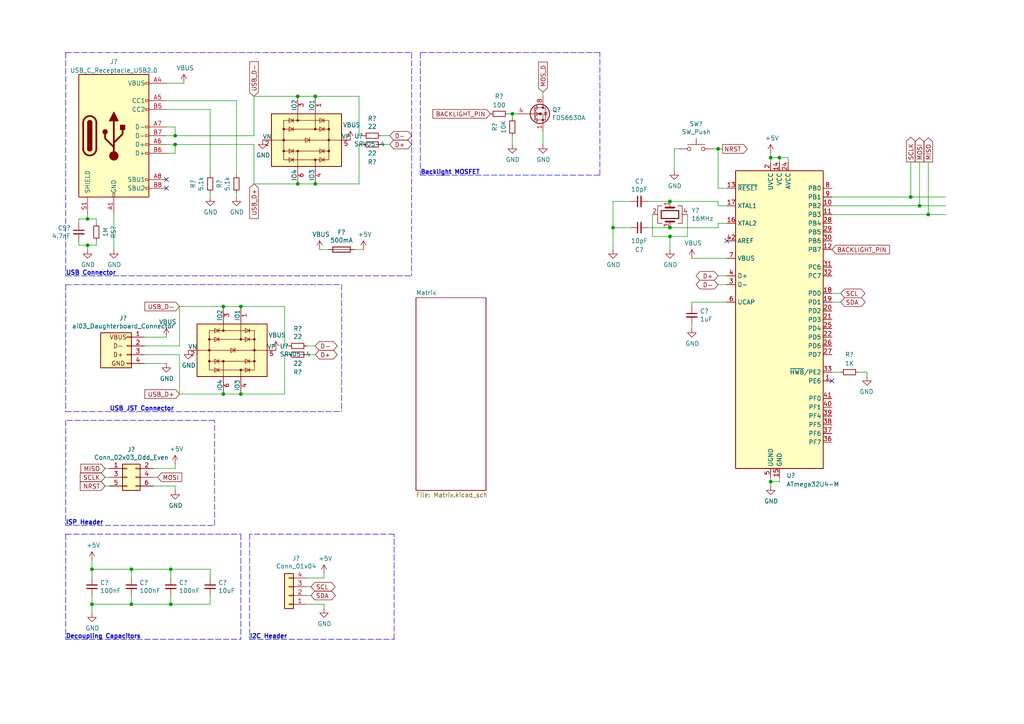
<source format=kicad_sch>
(kicad_sch (version 20211123) (generator eeschema)
  (paper "A4")
  (lib_symbols
    (symbol "Connector:USB_C_Receptacle_USB2.0" (pin_names (offset 1.016))
      (property "Reference" "J" (at -10.16 19.05 0))
      (property "Value" "USB_C_Receptacle_USB2.0" (at 19.05 19.05 0))
      (symbol "USB_C_Receptacle_USB2.0_0_0"
        (rectangle (start -0.254 -17.78) (end 0.254 -16.764))
        (rectangle (start 10.16 -14.986) (end 9.144 -15.494))
        (rectangle (start 10.16 -12.446) (end 9.144 -12.954))
        (rectangle (start 10.16 -4.826) (end 9.144 -5.334))
        (rectangle (start 10.16 -2.286) (end 9.144 -2.794))
        (rectangle (start 10.16 0.254) (end 9.144 -0.254))
        (rectangle (start 10.16 2.794) (end 9.144 2.286))
        (rectangle (start 10.16 7.874) (end 9.144 7.366))
        (rectangle (start 10.16 10.414) (end 9.144 9.906))
        (rectangle (start 10.16 15.494) (end 9.144 14.986))
      )
      (symbol "USB_C_Receptacle_USB2.0_0_1"
        (rectangle (start -10.16 17.78) (end 10.16 -17.78) (stroke (width 0.254)) (fill (type background)))
        (arc (start -8.89 -3.81) (mid -6.985 -5.715) (end -5.08 -3.81) (stroke (width 0.508)))
        (arc (start -7.62 -3.81) (mid -6.985 -4.445) (end -6.35 -3.81) (stroke (width 0.254)))
        (arc (start -7.62 -3.81) (mid -6.985 -4.445) (end -6.35 -3.81) (stroke (width 0.254)) (fill (type outline)))
        (rectangle (start -7.62 -3.81) (end -6.35 3.81) (stroke (width 0.254)) (fill (type outline)))
        (arc (start -6.35 3.81) (mid -6.985 4.445) (end -7.62 3.81) (stroke (width 0.254)))
        (arc (start -6.35 3.81) (mid -6.985 4.445) (end -7.62 3.81) (stroke (width 0.254)) (fill (type outline)))
        (arc (start -5.08 3.81) (mid -6.985 5.715) (end -8.89 3.81) (stroke (width 0.508)))
        (circle (center -2.54 1.143) (radius 0.635) (stroke (width 0.254)) (fill (type outline)))
        (circle (center 0 -5.842) (radius 1.27) (fill (type outline)))
        (polyline (pts (xy -8.89 -3.81) (xy -8.89 3.81)) (stroke (width 0.508)))
        (polyline (pts (xy -5.08 3.81) (xy -5.08 -3.81)) (stroke (width 0.508)))
        (polyline (pts (xy 0 -5.842) (xy 0 4.318)) (stroke (width 0.508)))
        (polyline (pts (xy 0 -3.302) (xy -2.54 -0.762) (xy -2.54 0.508)) (stroke (width 0.508)))
        (polyline (pts (xy 0 -2.032) (xy 2.54 0.508) (xy 2.54 1.778)) (stroke (width 0.508)))
        (polyline (pts (xy -1.27 4.318) (xy 0 6.858) (xy 1.27 4.318) (xy -1.27 4.318)) (stroke (width 0.254)) (fill (type outline)))
        (rectangle (start 1.905 1.778) (end 3.175 3.048) (stroke (width 0.254)) (fill (type outline)))
      )
      (symbol "USB_C_Receptacle_USB2.0_1_1"
        (pin passive line (at 0 -22.86 90) (length 5.08) (name "GND") (number "A1"))
        (pin passive line (at 0 -22.86 90) (length 5.08) hide (name "GND") (number "A12"))
        (pin passive line (at 15.24 15.24 180) (length 5.08) (name "VBUS") (number "A4"))
        (pin bidirectional line (at 15.24 10.16 180) (length 5.08) (name "CC1") (number "A5"))
        (pin bidirectional line (at 15.24 -2.54 180) (length 5.08) (name "D+") (number "A6"))
        (pin bidirectional line (at 15.24 2.54 180) (length 5.08) (name "D-") (number "A7"))
        (pin bidirectional line (at 15.24 -12.7 180) (length 5.08) (name "SBU1") (number "A8"))
        (pin passive line (at 15.24 15.24 180) (length 5.08) hide (name "VBUS") (number "A9"))
        (pin passive line (at 0 -22.86 90) (length 5.08) hide (name "GND") (number "B1"))
        (pin passive line (at 0 -22.86 90) (length 5.08) hide (name "GND") (number "B12"))
        (pin passive line (at 15.24 15.24 180) (length 5.08) hide (name "VBUS") (number "B4"))
        (pin bidirectional line (at 15.24 7.62 180) (length 5.08) (name "CC2") (number "B5"))
        (pin bidirectional line (at 15.24 -5.08 180) (length 5.08) (name "D+") (number "B6"))
        (pin bidirectional line (at 15.24 0 180) (length 5.08) (name "D-") (number "B7"))
        (pin bidirectional line (at 15.24 -15.24 180) (length 5.08) (name "SBU2") (number "B8"))
        (pin passive line (at 15.24 15.24 180) (length 5.08) hide (name "VBUS") (number "B9"))
        (pin passive line (at -7.62 -22.86 90) (length 5.08) (name "SHIELD") (number "S1"))
      )
    )
    (symbol "Connector_Generic:Conn_01x04" (pin_names (offset 1.016) hide)
      (property "Reference" "J" (at 0 5.08 0))
      (property "Value" "Conn_01x04" (at 0 -7.62 0))
      (symbol "Conn_01x04_1_1"
        (rectangle (start -1.27 -4.953) (end 0 -5.207) (stroke (width 0.1524)))
        (rectangle (start -1.27 -2.413) (end 0 -2.667) (stroke (width 0.1524)))
        (rectangle (start -1.27 0.127) (end 0 -0.127) (stroke (width 0.1524)))
        (rectangle (start -1.27 2.667) (end 0 2.413) (stroke (width 0.1524)))
        (rectangle (start -1.27 3.81) (end 1.27 -6.35) (stroke (width 0.254)) (fill (type background)))
        (pin passive line (at -5.08 2.54 0) (length 3.81) (name "Pin_1") (number "1"))
        (pin passive line (at -5.08 0 0) (length 3.81) (name "Pin_2") (number "2"))
        (pin passive line (at -5.08 -2.54 0) (length 3.81) (name "Pin_3") (number "3"))
        (pin passive line (at -5.08 -5.08 0) (length 3.81) (name "Pin_4") (number "4"))
      )
    )
    (symbol "Connector_Generic:Conn_02x03_Odd_Even" (pin_names (offset 1.016) hide)
      (property "Reference" "J" (at 1.27 5.08 0))
      (property "Value" "Conn_02x03_Odd_Even" (at 1.27 -5.08 0))
      (symbol "Conn_02x03_Odd_Even_1_1"
        (rectangle (start -1.27 -2.413) (end 0 -2.667) (stroke (width 0.1524)))
        (rectangle (start -1.27 0.127) (end 0 -0.127) (stroke (width 0.1524)))
        (rectangle (start -1.27 2.667) (end 0 2.413) (stroke (width 0.1524)))
        (rectangle (start -1.27 3.81) (end 3.81 -3.81) (stroke (width 0.254)) (fill (type background)))
        (rectangle (start 3.81 -2.413) (end 2.54 -2.667) (stroke (width 0.1524)))
        (rectangle (start 3.81 0.127) (end 2.54 -0.127) (stroke (width 0.1524)))
        (rectangle (start 3.81 2.667) (end 2.54 2.413) (stroke (width 0.1524)))
        (pin passive line (at -5.08 2.54 0) (length 3.81) (name "Pin_1") (number "1"))
        (pin passive line (at 7.62 2.54 180) (length 3.81) (name "Pin_2") (number "2"))
        (pin passive line (at -5.08 0 0) (length 3.81) (name "Pin_3") (number "3"))
        (pin passive line (at 7.62 0 180) (length 3.81) (name "Pin_4") (number "4"))
        (pin passive line (at -5.08 -2.54 0) (length 3.81) (name "Pin_5") (number "5"))
        (pin passive line (at 7.62 -2.54 180) (length 3.81) (name "Pin_6") (number "6"))
      )
    )
    (symbol "Device:C_Small" (pin_numbers hide) (pin_names (offset 0.254) hide)
      (property "Reference" "C" (at 0.254 1.778 0))
      (property "Value" "C_Small" (at 0.254 -2.032 0))
      (symbol "C_Small_0_1"
        (polyline (pts (xy -1.524 -0.508) (xy 1.524 -0.508)) (stroke (width 0.3302)))
        (polyline (pts (xy -1.524 0.508) (xy 1.524 0.508)) (stroke (width 0.3048)))
      )
      (symbol "C_Small_1_1"
        (pin passive line (at 0 2.54 270) (length 2.032) (name "~") (number "1"))
        (pin passive line (at 0 -2.54 90) (length 2.032) (name "~") (number "2"))
      )
    )
    (symbol "Device:Crystal_GND24" (pin_names (offset 1.016) hide)
      (property "Reference" "Y" (at 3.175 5.08 0))
      (property "Value" "Crystal_GND24" (at 3.175 3.175 0))
      (symbol "Crystal_GND24_0_1"
        (rectangle (start -1.143 2.54) (end 1.143 -2.54) (stroke (width 0.3048)))
        (polyline (pts (xy -2.54 0) (xy -2.032 0)))
        (polyline (pts (xy -2.032 -1.27) (xy -2.032 1.27)) (stroke (width 0.508)))
        (polyline (pts (xy 0 -3.81) (xy 0 -3.556)))
        (polyline (pts (xy 0 3.556) (xy 0 3.81)))
        (polyline (pts (xy 2.032 -1.27) (xy 2.032 1.27)) (stroke (width 0.508)))
        (polyline (pts (xy 2.032 0) (xy 2.54 0)))
        (polyline (pts (xy -2.54 -2.286) (xy -2.54 -3.556) (xy 2.54 -3.556) (xy 2.54 -2.286)))
        (polyline (pts (xy -2.54 2.286) (xy -2.54 3.556) (xy 2.54 3.556) (xy 2.54 2.286)))
      )
      (symbol "Crystal_GND24_1_1"
        (pin passive line (at -3.81 0 0) (length 1.27) (name "1") (number "1"))
        (pin passive line (at 0 5.08 270) (length 1.27) (name "2") (number "2"))
        (pin passive line (at 3.81 0 180) (length 1.27) (name "3") (number "3"))
        (pin passive line (at 0 -5.08 90) (length 1.27) (name "4") (number "4"))
      )
    )
    (symbol "Device:Fuse" (pin_numbers hide) (pin_names (offset 0))
      (property "Reference" "F" (at 2.032 0 90))
      (property "Value" "Fuse" (at -1.905 0 90))
      (symbol "Fuse_0_1"
        (rectangle (start -0.762 -2.54) (end 0.762 2.54) (stroke (width 0.254)))
        (polyline (pts (xy 0 2.54) (xy 0 -2.54)))
      )
      (symbol "Fuse_1_1"
        (pin passive line (at 0 3.81 270) (length 1.27) (name "~") (number "1"))
        (pin passive line (at 0 -3.81 90) (length 1.27) (name "~") (number "2"))
      )
    )
    (symbol "Device:R_Small" (pin_numbers hide) (pin_names (offset 0.254) hide)
      (property "Reference" "R" (at 0.762 0.508 0))
      (property "Value" "R_Small" (at 0.762 -1.016 0))
      (symbol "R_Small_0_1"
        (rectangle (start -0.762 1.778) (end 0.762 -1.778) (stroke (width 0.2032)))
      )
      (symbol "R_Small_1_1"
        (pin passive line (at 0 2.54 270) (length 0.762) (name "~") (number "1"))
        (pin passive line (at 0 -2.54 90) (length 0.762) (name "~") (number "2"))
      )
    )
    (symbol "MCU_Microchip_ATmega:ATmega32U4-M"
      (property "Reference" "U" (at -12.7 44.45 0))
      (property "Value" "ATmega32U4-M" (at 2.54 -44.45 0))
      (symbol "ATmega32U4-M_0_1"
        (rectangle (start -12.7 -43.18) (end 12.7 43.18) (stroke (width 0.254)) (fill (type background)))
      )
      (symbol "ATmega32U4-M_1_1"
        (pin bidirectional line (at 15.24 -17.78 180) (length 2.54) (name "PE6") (number "1"))
        (pin bidirectional line (at 15.24 33.02 180) (length 2.54) (name "PB2") (number "10"))
        (pin bidirectional line (at 15.24 30.48 180) (length 2.54) (name "PB3") (number "11"))
        (pin bidirectional line (at 15.24 20.32 180) (length 2.54) (name "PB7") (number "12"))
        (pin input line (at -15.24 38.1 0) (length 2.54) (name "~{RESET}") (number "13"))
        (pin power_in line (at 0 45.72 270) (length 2.54) (name "VCC") (number "14"))
        (pin power_in line (at 0 -45.72 90) (length 2.54) (name "GND") (number "15"))
        (pin output line (at -15.24 27.94 0) (length 2.54) (name "XTAL2") (number "16"))
        (pin input line (at -15.24 33.02 0) (length 2.54) (name "XTAL1") (number "17"))
        (pin bidirectional line (at 15.24 7.62 180) (length 2.54) (name "PD0") (number "18"))
        (pin bidirectional line (at 15.24 5.08 180) (length 2.54) (name "PD1") (number "19"))
        (pin power_in line (at -2.54 45.72 270) (length 2.54) (name "UVCC") (number "2"))
        (pin bidirectional line (at 15.24 2.54 180) (length 2.54) (name "PD2") (number "20"))
        (pin bidirectional line (at 15.24 0 180) (length 2.54) (name "PD3") (number "21"))
        (pin bidirectional line (at 15.24 -5.08 180) (length 2.54) (name "PD5") (number "22"))
        (pin passive line (at 0 -45.72 90) (length 2.54) hide (name "GND") (number "23"))
        (pin power_in line (at 2.54 45.72 270) (length 2.54) (name "AVCC") (number "24"))
        (pin bidirectional line (at 15.24 -2.54 180) (length 2.54) (name "PD4") (number "25"))
        (pin bidirectional line (at 15.24 -7.62 180) (length 2.54) (name "PD6") (number "26"))
        (pin bidirectional line (at 15.24 -10.16 180) (length 2.54) (name "PD7") (number "27"))
        (pin bidirectional line (at 15.24 27.94 180) (length 2.54) (name "PB4") (number "28"))
        (pin bidirectional line (at 15.24 25.4 180) (length 2.54) (name "PB5") (number "29"))
        (pin bidirectional line (at -15.24 10.16 0) (length 2.54) (name "D-") (number "3"))
        (pin bidirectional line (at 15.24 22.86 180) (length 2.54) (name "PB6") (number "30"))
        (pin bidirectional line (at 15.24 15.24 180) (length 2.54) (name "PC6") (number "31"))
        (pin bidirectional line (at 15.24 12.7 180) (length 2.54) (name "PC7") (number "32"))
        (pin bidirectional line (at 15.24 -15.24 180) (length 2.54) (name "~{HWB}/PE2") (number "33"))
        (pin passive line (at 0 45.72 270) (length 2.54) hide (name "VCC") (number "34"))
        (pin passive line (at 0 -45.72 90) (length 2.54) hide (name "GND") (number "35"))
        (pin bidirectional line (at 15.24 -35.56 180) (length 2.54) (name "PF7") (number "36"))
        (pin bidirectional line (at 15.24 -33.02 180) (length 2.54) (name "PF6") (number "37"))
        (pin bidirectional line (at 15.24 -30.48 180) (length 2.54) (name "PF5") (number "38"))
        (pin bidirectional line (at 15.24 -27.94 180) (length 2.54) (name "PF4") (number "39"))
        (pin bidirectional line (at -15.24 12.7 0) (length 2.54) (name "D+") (number "4"))
        (pin bidirectional line (at 15.24 -25.4 180) (length 2.54) (name "PF1") (number "40"))
        (pin bidirectional line (at 15.24 -22.86 180) (length 2.54) (name "PF0") (number "41"))
        (pin passive line (at -15.24 22.86 0) (length 2.54) (name "AREF") (number "42"))
        (pin passive line (at 0 -45.72 90) (length 2.54) hide (name "GND") (number "43"))
        (pin passive line (at 2.54 45.72 270) (length 2.54) hide (name "AVCC") (number "44"))
        (pin passive line (at 0 -45.72 90) (length 2.54) hide (name "GND") (number "45"))
        (pin passive line (at -2.54 -45.72 90) (length 2.54) (name "UGND") (number "5"))
        (pin passive line (at -15.24 5.08 0) (length 2.54) (name "UCAP") (number "6"))
        (pin input line (at -15.24 17.78 0) (length 2.54) (name "VBUS") (number "7"))
        (pin bidirectional line (at 15.24 38.1 180) (length 2.54) (name "PB0") (number "8"))
        (pin bidirectional line (at 15.24 35.56 180) (length 2.54) (name "PB1") (number "9"))
      )
    )
    (symbol "Power_Protection:SRV05-4" (pin_names (offset 0))
      (property "Reference" "U" (at -5.08 11.43 0))
      (property "Value" "SRV05-4" (at 2.54 11.43 0))
      (symbol "SRV05-4_0_0"
        (rectangle (start -5.715 6.477) (end 5.715 -6.604))
        (polyline (pts (xy -3.175 -6.604) (xy -3.175 6.477)))
        (polyline (pts (xy 3.175 6.477) (xy 3.175 -6.604)))
      )
      (symbol "SRV05-4_0_1"
        (rectangle (start -7.62 10.16) (end 7.62 -10.16) (stroke (width 0.254)) (fill (type background)))
        (circle (center -5.715 -2.54) (radius 0.2794) (fill (type outline)))
        (circle (center -3.175 -6.604) (radius 0.2794) (fill (type outline)))
        (circle (center -3.175 2.54) (radius 0.2794) (fill (type outline)))
        (circle (center -3.175 6.477) (radius 0.2794) (fill (type outline)))
        (circle (center 0 -6.604) (radius 0.2794) (fill (type outline)))
        (polyline (pts (xy -7.747 2.54) (xy -3.175 2.54)))
        (polyline (pts (xy -7.62 -2.54) (xy -5.715 -2.54)))
        (polyline (pts (xy -5.08 -3.81) (xy -6.35 -3.81)))
        (polyline (pts (xy -5.08 5.08) (xy -6.35 5.08)))
        (polyline (pts (xy -2.54 -3.81) (xy -3.81 -3.81)))
        (polyline (pts (xy -2.54 5.08) (xy -3.81 5.08)))
        (polyline (pts (xy 0 10.16) (xy 0 -10.16)))
        (polyline (pts (xy 3.81 -3.81) (xy 2.54 -3.81)))
        (polyline (pts (xy 3.81 5.08) (xy 2.54 5.08)))
        (polyline (pts (xy 6.35 -3.81) (xy 5.08 -3.81)))
        (polyline (pts (xy 6.35 5.08) (xy 5.08 5.08)))
        (polyline (pts (xy 7.62 -2.54) (xy 3.175 -2.54)))
        (polyline (pts (xy 7.62 2.54) (xy 5.715 2.54)))
        (polyline (pts (xy 0.635 0.889) (xy -0.635 0.889) (xy -0.635 0.635)))
        (polyline (pts (xy -5.08 -5.08) (xy -6.35 -5.08) (xy -5.715 -3.81) (xy -5.08 -5.08)))
        (polyline (pts (xy -5.08 3.81) (xy -6.35 3.81) (xy -5.715 5.08) (xy -5.08 3.81)))
        (polyline (pts (xy -2.54 -5.08) (xy -3.81 -5.08) (xy -3.175 -3.81) (xy -2.54 -5.08)))
        (polyline (pts (xy -2.54 3.81) (xy -3.81 3.81) (xy -3.175 5.08) (xy -2.54 3.81)))
        (polyline (pts (xy 0.635 -0.381) (xy -0.635 -0.381) (xy 0 0.889) (xy 0.635 -0.381)))
        (polyline (pts (xy 3.81 -5.08) (xy 2.54 -5.08) (xy 3.175 -3.81) (xy 3.81 -5.08)))
        (polyline (pts (xy 3.81 3.81) (xy 2.54 3.81) (xy 3.175 5.08) (xy 3.81 3.81)))
        (polyline (pts (xy 6.35 -5.08) (xy 5.08 -5.08) (xy 5.715 -3.81) (xy 6.35 -5.08)))
        (polyline (pts (xy 6.35 3.81) (xy 5.08 3.81) (xy 5.715 5.08) (xy 6.35 3.81)))
        (circle (center 0 6.477) (radius 0.2794) (fill (type outline)))
        (circle (center 3.175 -6.604) (radius 0.2794) (fill (type outline)))
        (circle (center 3.175 -2.54) (radius 0.2794) (fill (type outline)))
        (circle (center 3.175 6.477) (radius 0.2794) (fill (type outline)))
        (circle (center 5.715 2.54) (radius 0.2794) (fill (type outline)))
      )
      (symbol "SRV05-4_1_1"
        (pin passive line (at -12.7 2.54 0) (length 5.08) (name "IO1") (number "1"))
        (pin passive line (at 0 -12.7 90) (length 2.54) (name "VN") (number "2"))
        (pin passive line (at -12.7 -2.54 0) (length 5.08) (name "IO2") (number "3"))
        (pin passive line (at 12.7 2.54 180) (length 5.08) (name "IO3") (number "4"))
        (pin passive line (at 0 12.7 270) (length 2.54) (name "VP") (number "5"))
        (pin passive line (at 12.7 -2.54 180) (length 5.08) (name "IO4") (number "6"))
      )
    )
    (symbol "Switch:SW_Push" (pin_numbers hide) (pin_names (offset 1.016) hide)
      (property "Reference" "SW" (at 1.27 2.54 0))
      (property "Value" "SW_Push" (at 0 -1.524 0))
      (symbol "SW_Push_0_1"
        (circle (center -2.032 0) (radius 0.508))
        (polyline (pts (xy 0 1.27) (xy 0 3.048)))
        (polyline (pts (xy 2.54 1.27) (xy -2.54 1.27)))
        (circle (center 2.032 0) (radius 0.508))
        (pin passive line (at -5.08 0 0) (length 2.54) (name "1") (number "1"))
        (pin passive line (at 5.08 0 180) (length 2.54) (name "2") (number "2"))
      )
    )
    (symbol "Transistor_FET:FDS6630A" (pin_names hide)
      (property "Reference" "Q" (at 5.08 2.54 0))
      (property "Value" "FDS6630A" (at 5.08 0 0))
      (symbol "FDS6630A_0_1"
        (polyline (pts (xy 0.254 0) (xy -2.54 0)))
        (polyline (pts (xy 0.254 1.905) (xy 0.254 -1.905)) (stroke (width 0.254)))
        (polyline (pts (xy 0.762 -1.27) (xy 0.762 -2.286)) (stroke (width 0.254)))
        (polyline (pts (xy 0.762 0.508) (xy 0.762 -0.508)) (stroke (width 0.254)))
        (polyline (pts (xy 0.762 2.286) (xy 0.762 1.27)) (stroke (width 0.254)))
        (polyline (pts (xy 2.54 2.54) (xy 2.54 1.778)))
        (polyline (pts (xy 2.54 -2.54) (xy 2.54 0) (xy 0.762 0)))
        (polyline (pts (xy 0.762 -1.778) (xy 3.302 -1.778) (xy 3.302 1.778) (xy 0.762 1.778)))
        (polyline (pts (xy 1.016 0) (xy 2.032 0.381) (xy 2.032 -0.381) (xy 1.016 0)) (fill (type outline)))
        (polyline (pts (xy 2.794 0.508) (xy 2.921 0.381) (xy 3.683 0.381) (xy 3.81 0.254)))
        (polyline (pts (xy 3.302 0.381) (xy 2.921 -0.254) (xy 3.683 -0.254) (xy 3.302 0.381)))
        (circle (center 1.651 0) (radius 2.794) (stroke (width 0.254)))
        (circle (center 2.54 -1.778) (radius 0.254) (fill (type outline)))
        (circle (center 2.54 1.778) (radius 0.254) (fill (type outline)))
      )
      (symbol "FDS6630A_1_1"
        (pin passive line (at 2.54 -5.08 90) (length 2.54) (name "S") (number "1"))
        (pin passive line (at 2.54 -5.08 90) (length 2.54) hide (name "S") (number "2"))
        (pin passive line (at 2.54 -5.08 90) (length 2.54) hide (name "S") (number "3"))
        (pin input line (at -5.08 0 0) (length 2.54) (name "G") (number "4"))
        (pin passive line (at 2.54 5.08 270) (length 2.54) hide (name "D") (number "5"))
        (pin passive line (at 2.54 5.08 270) (length 2.54) hide (name "D") (number "6"))
        (pin passive line (at 2.54 5.08 270) (length 2.54) hide (name "D") (number "7"))
        (pin passive line (at 2.54 5.08 270) (length 2.54) (name "D") (number "8"))
      )
    )
    (symbol "power:+5V" (power) (pin_names (offset 0))
      (property "Value" "+5V" (at 0 3.556 0))
      (symbol "+5V_0_1"
        (polyline (pts (xy -0.762 1.27) (xy 0 2.54)))
        (polyline (pts (xy 0 0) (xy 0 2.54)))
        (polyline (pts (xy 0 2.54) (xy 0.762 1.27)))
      )
      (symbol "+5V_1_1"
        (pin power_in line (at 0 0 90) (length 0) hide (name "+5V") (number "1"))
      )
    )
    (symbol "power:GND" (power) (pin_names (offset 0))
      (property "Value" "GND" (at 0 -3.81 0))
      (symbol "GND_0_1"
        (polyline (pts (xy 0 0) (xy 0 -1.27) (xy 1.27 -1.27) (xy 0 -2.54) (xy -1.27 -1.27) (xy 0 -1.27)))
      )
      (symbol "GND_1_1"
        (pin power_in line (at 0 0 270) (length 0) hide (name "GND") (number "1"))
      )
    )
    (symbol "power:VBUS" (power) (pin_names (offset 0))
      (property "Value" "VBUS" (at 0 3.81 0))
      (symbol "VBUS_0_1"
        (polyline (pts (xy -0.762 1.27) (xy 0 2.54)))
        (polyline (pts (xy 0 0) (xy 0 2.54)))
        (polyline (pts (xy 0 2.54) (xy 0.762 1.27)))
      )
      (symbol "VBUS_1_1"
        (pin power_in line (at 0 0 90) (length 0) hide (name "VBUS") (number "1"))
      )
    )
    (symbol "random-keyboard-parts:ai03_Daughterboard_Connector" (pin_names (offset 1.016) hide)
      (property "Reference" "J" (at 0 5.08 0))
      (property "Value" "ai03_Daughterboard_Connector" (at 0 -7.62 0))
      (symbol "ai03_Daughterboard_Connector_0_0"
        (text "VBUS" (at 2.54 2.54 0) (effects (font (size 1.27 1.27))))
      )
      (symbol "ai03_Daughterboard_Connector_1_1"
        (rectangle (start -1.27 -4.953) (end 0 -5.207) (stroke (width 0.1524)))
        (rectangle (start -1.27 -2.413) (end 0 -2.667) (stroke (width 0.1524)))
        (rectangle (start -1.27 0.127) (end 0 -0.127) (stroke (width 0.1524)))
        (rectangle (start -1.27 2.667) (end 0 2.413) (stroke (width 0.1524)))
        (rectangle (start -1.27 3.81) (end 7.62 -6.35) (stroke (width 0.254)) (fill (type background)))
        (text "D+" (at 2.54 -2.54 0) (effects (font (size 1.27 1.27))))
        (text "D-" (at 2.54 0 0) (effects (font (size 1.27 1.27))))
        (text "GND" (at 2.54 -5.08 0) (effects (font (size 1.27 1.27))))
        (pin power_in line (at -5.08 2.54 0) (length 3.81) (name "VBUS") (number "1"))
        (pin bidirectional line (at -5.08 0 0) (length 3.81) (name "D-") (number "2"))
        (pin bidirectional line (at -5.08 -2.54 0) (length 3.81) (name "D+") (number "3"))
        (pin power_in line (at -5.08 -5.08 0) (length 3.81) (name "GND") (number "4"))
      )
    )
  )
  (junction (at 49.53 165.1))
  (junction (at 26.67 165.1))
  (junction (at 194.31 58.42))
  (junction (at 25.4 71.12))
  (junction (at 208.28 43.18))
  (junction (at 91.44 27.94))
  (junction (at 86.36 53.34))
  (junction (at 64.77 88.9))
  (junction (at 266.7 59.69))
  (junction (at 264.16 57.15))
  (junction (at 26.67 175.26))
  (junction (at 194.31 66.04))
  (junction (at 50.8 41.91))
  (junction (at 50.8 39.37))
  (junction (at 69.85 114.3))
  (junction (at 269.24 62.23))
  (junction (at 148.59 33.02))
  (junction (at 25.4 63.5))
  (junction (at 49.53 175.26))
  (junction (at 194.31 68.58))
  (junction (at 86.36 27.94))
  (junction (at 223.52 139.7))
  (junction (at 226.06 45.72))
  (junction (at 38.1 165.1))
  (junction (at 64.77 114.3))
  (junction (at 223.52 45.72))
  (junction (at 38.1 175.26))
  (junction (at 69.85 88.9))
  (junction (at 177.8 66.04))
  (junction (at 91.44 53.34))
  (no_connect (at 48.26 52.07))
  (no_connect (at 241.3 110.49))
  (no_connect (at 48.26 54.61))
  (no_connect (at 210.82 69.85))
  (wire (pts (xy 60.96 31.75) (xy 60.96 50.8)))
  (wire (pts (xy 41.91 102.87) (xy 52.07 102.87)))
  (polyline (pts (xy 114.3 185.42) (xy 114.3 154.94)))
  (wire (pts (xy 64.77 114.3) (xy 69.85 114.3)))
  (wire (pts (xy 22.86 71.12) (xy 25.4 71.12)))
  (wire (pts (xy 50.8 140.97) (xy 50.8 142.24)))
  (wire (pts (xy 223.52 138.43) (xy 223.52 139.7)))
  (wire (pts (xy 25.4 63.5) (xy 27.94 63.5)))
  (wire (pts (xy 241.3 85.09) (xy 243.84 85.09)))
  (wire (pts (xy 26.67 175.26) (xy 26.67 172.72)))
  (polyline (pts (xy 114.3 154.94) (xy 72.39 154.94)))
  (wire (pts (xy 30.48 138.43) (xy 31.75 138.43)))
  (wire (pts (xy 38.1 175.26) (xy 26.67 175.26)))
  (wire (pts (xy 208.28 82.55) (xy 210.82 82.55)))
  (wire (pts (xy 223.52 139.7) (xy 223.52 140.97)))
  (wire (pts (xy 48.26 36.83) (xy 50.8 36.83)))
  (wire (pts (xy 243.84 107.95) (xy 241.3 107.95)))
  (wire (pts (xy 49.53 172.72) (xy 49.53 175.26)))
  (wire (pts (xy 64.77 88.9) (xy 69.85 88.9)))
  (wire (pts (xy 199.39 68.58) (xy 199.39 62.23)))
  (wire (pts (xy 82.55 88.9) (xy 69.85 88.9)))
  (wire (pts (xy 26.67 162.56) (xy 26.67 165.1)))
  (wire (pts (xy 91.44 100.33) (xy 88.9 100.33)))
  (wire (pts (xy 60.96 165.1) (xy 60.96 167.64)))
  (wire (pts (xy 226.06 45.72) (xy 226.06 46.99)))
  (wire (pts (xy 82.55 102.87) (xy 83.82 102.87)))
  (wire (pts (xy 110.49 41.91) (xy 113.03 41.91)))
  (wire (pts (xy 50.8 44.45) (xy 50.8 41.91)))
  (wire (pts (xy 182.88 66.04) (xy 177.8 66.04)))
  (wire (pts (xy 243.84 87.63) (xy 241.3 87.63)))
  (wire (pts (xy 73.66 53.34) (xy 86.36 53.34)))
  (wire (pts (xy 50.8 135.89) (xy 50.8 134.62)))
  (wire (pts (xy 189.23 62.23) (xy 189.23 68.58)))
  (wire (pts (xy 194.31 68.58) (xy 199.39 68.58)))
  (polyline (pts (xy 19.05 82.55) (xy 19.05 119.38)))
  (wire (pts (xy 50.8 39.37) (xy 73.66 39.37)))
  (wire (pts (xy 73.66 27.94) (xy 73.66 39.37)))
  (wire (pts (xy 68.58 29.21) (xy 68.58 50.8)))
  (wire (pts (xy 157.48 26.67) (xy 157.48 27.94)))
  (wire (pts (xy 194.31 66.04) (xy 208.28 66.04)))
  (wire (pts (xy 208.28 64.77) (xy 210.82 64.77)))
  (wire (pts (xy 41.91 105.41) (xy 48.26 105.41)))
  (wire (pts (xy 226.06 139.7) (xy 226.06 138.43)))
  (wire (pts (xy 194.31 58.42) (xy 208.28 58.42)))
  (wire (pts (xy 194.31 72.39) (xy 194.31 68.58)))
  (wire (pts (xy 22.86 69.85) (xy 22.86 71.12)))
  (wire (pts (xy 157.48 38.1) (xy 157.48 41.91)))
  (wire (pts (xy 187.96 66.04) (xy 194.31 66.04)))
  (wire (pts (xy 104.14 27.94) (xy 104.14 39.37)))
  (wire (pts (xy 223.52 139.7) (xy 226.06 139.7)))
  (wire (pts (xy 200.66 74.93) (xy 210.82 74.93)))
  (wire (pts (xy 38.1 165.1) (xy 49.53 165.1)))
  (polyline (pts (xy 119.38 15.24) (xy 119.38 80.01)))
  (wire (pts (xy 226.06 45.72) (xy 228.6 45.72)))
  (wire (pts (xy 27.94 71.12) (xy 25.4 71.12)))
  (wire (pts (xy 26.67 175.26) (xy 26.67 177.8)))
  (wire (pts (xy 48.26 39.37) (xy 50.8 39.37)))
  (polyline (pts (xy 173.99 50.8) (xy 173.99 15.24)))
  (wire (pts (xy 266.7 59.69) (xy 274.32 59.69)))
  (wire (pts (xy 73.66 27.94) (xy 86.36 27.94)))
  (wire (pts (xy 52.07 100.33) (xy 52.07 88.9)))
  (wire (pts (xy 88.9 102.87) (xy 91.44 102.87)))
  (wire (pts (xy 93.98 175.26) (xy 93.98 176.53)))
  (wire (pts (xy 208.28 58.42) (xy 208.28 59.69)))
  (wire (pts (xy 33.02 62.23) (xy 33.02 72.39)))
  (polyline (pts (xy 19.05 15.24) (xy 19.05 80.01)))
  (polyline (pts (xy 19.05 80.01) (xy 119.38 80.01)))
  (wire (pts (xy 182.88 58.42) (xy 177.8 58.42)))
  (wire (pts (xy 200.66 93.98) (xy 200.66 95.25)))
  (wire (pts (xy 266.7 59.69) (xy 266.7 46.99)))
  (wire (pts (xy 38.1 165.1) (xy 38.1 167.64)))
  (wire (pts (xy 60.96 175.26) (xy 60.96 172.72)))
  (wire (pts (xy 264.16 46.99) (xy 264.16 57.15)))
  (wire (pts (xy 49.53 165.1) (xy 49.53 167.64)))
  (polyline (pts (xy 173.99 15.24) (xy 121.92 15.24)))
  (wire (pts (xy 25.4 71.12) (xy 25.4 72.39)))
  (wire (pts (xy 49.53 165.1) (xy 60.96 165.1)))
  (wire (pts (xy 223.52 45.72) (xy 223.52 46.99)))
  (wire (pts (xy 22.86 64.77) (xy 22.86 63.5)))
  (wire (pts (xy 86.36 53.34) (xy 91.44 53.34)))
  (wire (pts (xy 82.55 88.9) (xy 82.55 100.33)))
  (wire (pts (xy 68.58 29.21) (xy 48.26 29.21)))
  (wire (pts (xy 208.28 80.01) (xy 210.82 80.01)))
  (wire (pts (xy 27.94 69.85) (xy 27.94 71.12)))
  (wire (pts (xy 53.34 24.13) (xy 48.26 24.13)))
  (polyline (pts (xy 62.23 152.4) (xy 62.23 121.92)))
  (wire (pts (xy 104.14 53.34) (xy 91.44 53.34)))
  (polyline (pts (xy 121.92 15.24) (xy 121.92 50.8)))
  (wire (pts (xy 48.26 31.75) (xy 60.96 31.75)))
  (wire (pts (xy 26.67 165.1) (xy 38.1 165.1)))
  (wire (pts (xy 195.58 49.53) (xy 195.58 43.18)))
  (wire (pts (xy 208.28 54.61) (xy 210.82 54.61)))
  (wire (pts (xy 269.24 62.23) (xy 269.24 46.99)))
  (wire (pts (xy 241.3 62.23) (xy 269.24 62.23)))
  (wire (pts (xy 104.14 27.94) (xy 91.44 27.94)))
  (polyline (pts (xy 99.06 82.55) (xy 99.06 119.38)))
  (wire (pts (xy 88.9 167.64) (xy 93.98 167.64)))
  (wire (pts (xy 82.55 114.3) (xy 69.85 114.3)))
  (wire (pts (xy 104.14 39.37) (xy 105.41 39.37)))
  (polyline (pts (xy 19.05 119.38) (xy 99.06 119.38)))
  (polyline (pts (xy 62.23 121.92) (xy 19.05 121.92)))
  (wire (pts (xy 22.86 63.5) (xy 25.4 63.5)))
  (wire (pts (xy 48.26 44.45) (xy 50.8 44.45)))
  (wire (pts (xy 82.55 100.33) (xy 83.82 100.33)))
  (wire (pts (xy 209.55 43.18) (xy 208.28 43.18)))
  (wire (pts (xy 187.96 58.42) (xy 194.31 58.42)))
  (wire (pts (xy 30.48 140.97) (xy 31.75 140.97)))
  (polyline (pts (xy 19.05 82.55) (xy 99.06 82.55)))
  (wire (pts (xy 60.96 55.88) (xy 60.96 57.15)))
  (wire (pts (xy 73.66 41.91) (xy 50.8 41.91)))
  (wire (pts (xy 88.9 175.26) (xy 93.98 175.26)))
  (wire (pts (xy 208.28 43.18) (xy 208.28 54.61)))
  (wire (pts (xy 50.8 41.91) (xy 48.26 41.91)))
  (wire (pts (xy 177.8 58.42) (xy 177.8 66.04)))
  (wire (pts (xy 189.23 68.58) (xy 194.31 68.58)))
  (polyline (pts (xy 19.05 152.4) (xy 62.23 152.4)))
  (wire (pts (xy 52.07 102.87) (xy 52.07 114.3)))
  (wire (pts (xy 223.52 45.72) (xy 226.06 45.72)))
  (wire (pts (xy 49.53 175.26) (xy 38.1 175.26)))
  (wire (pts (xy 148.59 34.29) (xy 148.59 33.02)))
  (wire (pts (xy 86.36 27.94) (xy 91.44 27.94)))
  (wire (pts (xy 41.91 97.79) (xy 48.26 97.79)))
  (wire (pts (xy 52.07 88.9) (xy 64.77 88.9)))
  (wire (pts (xy 90.17 170.18) (xy 88.9 170.18)))
  (wire (pts (xy 50.8 36.83) (xy 50.8 39.37)))
  (wire (pts (xy 228.6 45.72) (xy 228.6 46.99)))
  (polyline (pts (xy 72.39 185.42) (xy 114.3 185.42)))
  (wire (pts (xy 148.59 39.37) (xy 148.59 41.91)))
  (wire (pts (xy 104.14 41.91) (xy 105.41 41.91)))
  (wire (pts (xy 26.67 167.64) (xy 26.67 165.1)))
  (wire (pts (xy 90.17 172.72) (xy 88.9 172.72)))
  (wire (pts (xy 82.55 102.87) (xy 82.55 114.3)))
  (wire (pts (xy 44.45 138.43) (xy 45.72 138.43)))
  (wire (pts (xy 251.46 107.95) (xy 251.46 109.22)))
  (wire (pts (xy 68.58 55.88) (xy 68.58 57.15)))
  (wire (pts (xy 30.48 135.89) (xy 31.75 135.89)))
  (wire (pts (xy 102.87 72.39) (xy 105.41 72.39)))
  (wire (pts (xy 200.66 87.63) (xy 210.82 87.63)))
  (wire (pts (xy 93.98 167.64) (xy 93.98 166.37)))
  (wire (pts (xy 44.45 140.97) (xy 50.8 140.97)))
  (wire (pts (xy 73.66 41.91) (xy 73.66 53.34)))
  (wire (pts (xy 49.53 175.26) (xy 60.96 175.26)))
  (wire (pts (xy 27.94 63.5) (xy 27.94 64.77)))
  (wire (pts (xy 208.28 66.04) (xy 208.28 64.77)))
  (wire (pts (xy 44.45 135.89) (xy 50.8 135.89)))
  (wire (pts (xy 241.3 57.15) (xy 264.16 57.15)))
  (wire (pts (xy 208.28 59.69) (xy 210.82 59.69)))
  (wire (pts (xy 25.4 63.5) (xy 25.4 62.23)))
  (wire (pts (xy 207.01 43.18) (xy 208.28 43.18)))
  (wire (pts (xy 248.92 107.95) (xy 251.46 107.95)))
  (wire (pts (xy 223.52 44.45) (xy 223.52 45.72)))
  (polyline (pts (xy 19.05 154.94) (xy 69.85 154.94)))
  (wire (pts (xy 147.32 33.02) (xy 148.59 33.02)))
  (polyline (pts (xy 19.05 185.42) (xy 69.85 185.42)))
  (wire (pts (xy 195.58 43.18) (xy 196.85 43.18)))
  (wire (pts (xy 92.71 72.39) (xy 95.25 72.39)))
  (wire (pts (xy 177.8 66.04) (xy 177.8 72.39)))
  (wire (pts (xy 41.91 100.33) (xy 52.07 100.33)))
  (wire (pts (xy 38.1 172.72) (xy 38.1 175.26)))
  (wire (pts (xy 52.07 114.3) (xy 64.77 114.3)))
  (polyline (pts (xy 19.05 154.94) (xy 19.05 185.42)))
  (wire (pts (xy 148.59 33.02) (xy 149.86 33.02)))
  (wire (pts (xy 241.3 59.69) (xy 266.7 59.69)))
  (wire (pts (xy 264.16 57.15) (xy 274.32 57.15)))
  (wire (pts (xy 269.24 62.23) (xy 274.32 62.23)))
  (polyline (pts (xy 19.05 121.92) (xy 19.05 152.4)))
  (polyline (pts (xy 72.39 154.94) (xy 72.39 185.42)))
  (wire (pts (xy 113.03 39.37) (xy 110.49 39.37)))
  (polyline (pts (xy 121.92 50.8) (xy 173.99 50.8)))
  (wire (pts (xy 104.14 41.91) (xy 104.14 53.34)))
  (wire (pts (xy 200.66 88.9) (xy 200.66 87.63)))
  (polyline (pts (xy 69.85 154.94) (xy 69.85 185.42)))
  (polyline (pts (xy 19.05 15.24) (xy 119.38 15.24)))
  (text "I2C Header" (at 72.39 185.42 0) (effects (font (size 1.27 1.27) (thickness 0.254) bold) (justify left bottom)))
  (text "Decoupling Capacitors" (at 19.05 185.42 0) (effects (font (size 1.27 1.27) (thickness 0.254) bold) (justify left bottom)))
  (text "USB Connector" (at 19.05 80.01 0) (effects (font (size 1.27 1.27) (thickness 0.254) bold) (justify left bottom)))
  (text "USB JST Connector" (at 31.75 119.38 0) (effects (font (size 1.27 1.27) (thickness 0.254) bold) (justify left bottom)))
  (text "ISP Header" (at 19.05 152.4 0) (effects (font (size 1.27 1.27) (thickness 0.254) bold) (justify left bottom)))
  (text "Backlight MOSFET" (at 121.92 50.8 0) (effects (font (size 1.27 1.27) (thickness 0.254) bold) (justify left bottom)))
  (global_label "D-" (shape bidirectional) (at 208.28 82.55 180) (property "Intersheet References" "${INTERSHEET_REFS}" (effects hide)))
  (global_label "MOS_D" (shape input) (at 157.48 26.67 90) (property "Intersheet References" "${INTERSHEET_REFS}" (effects hide)))
  (global_label "SCL" (shape bidirectional) (at 243.84 85.09 0) (property "Intersheet References" "${INTERSHEET_REFS}" (effects hide)))
  (global_label "SDA" (shape bidirectional) (at 90.17 172.72 0) (property "Intersheet References" "${INTERSHEET_REFS}" (effects hide)))
  (global_label "NRST" (shape input) (at 30.48 140.97 180) (property "Intersheet References" "${INTERSHEET_REFS}" (effects hide)))
  (global_label "D+" (shape bidirectional) (at 208.28 80.01 180) (property "Intersheet References" "${INTERSHEET_REFS}" (effects hide)))
  (global_label "MISO" (shape output) (at 269.24 46.99 90) (property "Intersheet References" "${INTERSHEET_REFS}" (effects hide)))
  (global_label "BACKLIGHT_PIN" (shape input) (at 142.24 33.02 180) (property "Intersheet References" "${INTERSHEET_REFS}" (effects hide)))
  (global_label "MOSI" (shape input) (at 45.72 138.43 0) (property "Intersheet References" "${INTERSHEET_REFS}" (effects hide)))
  (global_label "SCLK" (shape input) (at 30.48 138.43 180) (property "Intersheet References" "${INTERSHEET_REFS}" (effects hide)))
  (global_label "BACKLIGHT_PIN" (shape input) (at 241.3 72.39 0) (property "Intersheet References" "${INTERSHEET_REFS}" (effects hide)))
  (global_label "USB_D+" (shape input) (at 73.66 53.34 270) (property "Intersheet References" "${INTERSHEET_REFS}" (effects hide)))
  (global_label "D-" (shape bidirectional) (at 113.03 39.37 0) (property "Intersheet References" "${INTERSHEET_REFS}" (effects hide)))
  (global_label "NRST" (shape output) (at 209.55 43.18 0) (property "Intersheet References" "${INTERSHEET_REFS}" (effects hide)))
  (global_label "MOSI" (shape output) (at 266.7 46.99 90) (property "Intersheet References" "${INTERSHEET_REFS}" (effects hide)))
  (global_label "USB_D-" (shape input) (at 52.07 88.9 180) (property "Intersheet References" "${INTERSHEET_REFS}" (effects hide)))
  (global_label "D+" (shape bidirectional) (at 113.03 41.91 0) (property "Intersheet References" "${INTERSHEET_REFS}" (effects hide)))
  (global_label "MISO" (shape input) (at 30.48 135.89 180) (property "Intersheet References" "${INTERSHEET_REFS}" (effects hide)))
  (global_label "D-" (shape bidirectional) (at 91.44 100.33 0) (property "Intersheet References" "${INTERSHEET_REFS}" (effects hide)))
  (global_label "SDA" (shape bidirectional) (at 243.84 87.63 0) (property "Intersheet References" "${INTERSHEET_REFS}" (effects hide)))
  (global_label "SCL" (shape bidirectional) (at 90.17 170.18 0) (property "Intersheet References" "${INTERSHEET_REFS}" (effects hide)))
  (global_label "D+" (shape bidirectional) (at 91.44 102.87 0) (property "Intersheet References" "${INTERSHEET_REFS}" (effects hide)))
  (global_label "USB_D+" (shape input) (at 52.07 114.3 180) (property "Intersheet References" "${INTERSHEET_REFS}" (effects hide)))
  (global_label "SCLK" (shape output) (at 264.16 46.99 90) (property "Intersheet References" "${INTERSHEET_REFS}" (effects hide)))
  (global_label "USB_D-" (shape input) (at 73.66 27.94 90) (property "Intersheet References" "${INTERSHEET_REFS}" (effects hide)))
  (symbol (lib_id "power:+5V") (at 223.52 44.45 0) (unit 1)
    (property "Reference" "#PWR?" (effects hide))
    (property "Value" "+5V" (at 223.901 40.0558 0))
  )
  (symbol (lib_id "power:VBUS") (at 53.34 24.13 0) (unit 1)
    (property "Reference" "#PWR?" (effects hide))
    (property "Value" "VBUS" (at 53.721 19.7358 0))
  )
  (symbol (lib_id "Device:R_Small") (at 107.95 39.37 270) (unit 1)
    (property "Reference" "R?" (at 107.95 34.3916 90))
    (property "Value" "22" (at 107.95 36.703 90))
    (property "Footprint" "Resistor_SMD:R_0603_1608Metric" (effects hide))
  )
  (symbol (lib_id "Device:R_Small") (at 107.95 41.91 90) (mirror x) (unit 1)
    (property "Reference" "R?" (at 107.95 46.99 90))
    (property "Value" "22" (at 107.95 44.45 90))
    (property "Footprint" "Resistor_SMD:R_0603_1608Metric" (effects hide))
  )
  (symbol (lib_id "power:GND") (at 33.02 72.39 0) (unit 1)
    (property "Reference" "#PWR?" (effects hide))
    (property "Value" "GND" (at 33.147 76.7842 0))
  )
  (symbol (lib_id "Device:C_Small") (at 200.66 91.44 0) (unit 1)
    (property "Reference" "C?" (at 202.9968 90.2716 0) (effects (justify left)))
    (property "Value" "1uF" (at 202.9968 92.583 0) (effects (justify left)))
    (property "Footprint" "Capacitor_SMD:C_0805_2012Metric" (effects hide))
  )
  (symbol (lib_id "power:GND") (at 200.66 95.25 0) (unit 1)
    (property "Reference" "#PWR?" (effects hide))
    (property "Value" "GND" (at 200.787 99.6442 0))
  )
  (symbol (lib_id "power:GND") (at 223.52 140.97 0) (unit 1)
    (property "Reference" "#PWR?" (effects hide))
    (property "Value" "GND" (at 223.647 145.3642 0))
  )
  (symbol (lib_id "power:VBUS") (at 200.66 74.93 0) (unit 1)
    (property "Reference" "#PWR?" (effects hide))
    (property "Value" "VBUS" (at 201.041 70.5358 0))
  )
  (symbol (lib_id "Device:Crystal_GND24") (at 194.31 62.23 90) (mirror x) (unit 1)
    (property "Reference" "Y?" (at 200.5076 61.0616 90) (effects (justify right)))
    (property "Value" "16MHz" (at 200.5076 63.373 90) (effects (justify right)))
    (property "Footprint" "Crystal:Crystal_SMD_3225-4Pin_3.2x2.5mm" (effects hide))
  )
  (symbol (lib_id "power:GND") (at 177.8 72.39 0) (unit 1)
    (property "Reference" "#PWR?" (effects hide))
    (property "Value" "GND" (at 177.927 76.7842 0))
  )
  (symbol (lib_id "Switch:SW_Push") (at 201.93 43.18 0) (unit 1)
    (property "Reference" "SW?" (at 201.93 35.941 0))
    (property "Value" "SW_Push" (at 201.93 38.2524 0))
    (property "Footprint" "Button_Switch_SMD:SW_SPST_TL3342" (effects hide))
  )
  (symbol (lib_id "Device:C_Small") (at 26.67 170.18 0) (unit 1)
    (property "Reference" "C?" (at 29.0068 169.0116 0) (effects (justify left)))
    (property "Value" "100nF" (at 29.0068 171.323 0) (effects (justify left)))
    (property "Footprint" "Capacitor_SMD:C_0603_1608Metric" (effects hide))
  )
  (symbol (lib_id "Device:C_Small") (at 38.1 170.18 0) (unit 1)
    (property "Reference" "C?" (at 40.4368 169.0116 0) (effects (justify left)))
    (property "Value" "100nF" (at 40.4368 171.323 0) (effects (justify left)))
    (property "Footprint" "Capacitor_SMD:C_0603_1608Metric" (effects hide))
  )
  (symbol (lib_id "Device:C_Small") (at 49.53 170.18 0) (unit 1)
    (property "Reference" "C?" (at 51.8668 169.0116 0) (effects (justify left)))
    (property "Value" "100nF" (at 51.8668 171.323 0) (effects (justify left)))
    (property "Footprint" "Capacitor_SMD:C_0603_1608Metric" (effects hide))
  )
  (symbol (lib_id "power:+5V") (at 26.67 162.56 0) (unit 1)
    (property "Reference" "#PWR?" (effects hide))
    (property "Value" "+5V" (at 27.051 158.1658 0))
  )
  (symbol (lib_id "power:GND") (at 26.67 177.8 0) (unit 1)
    (property "Reference" "#PWR?" (effects hide))
    (property "Value" "GND" (at 26.797 182.1942 0))
  )
  (symbol (lib_id "Device:C_Small") (at 185.42 58.42 90) (unit 1)
    (property "Reference" "C?" (at 185.42 52.6034 90))
    (property "Value" "10pF" (at 185.42 54.9148 90))
    (property "Footprint" "Capacitor_SMD:C_0603_1608Metric" (effects hide))
  )
  (symbol (lib_id "Device:C_Small") (at 185.42 66.04 90) (unit 1)
    (property "Reference" "C?" (at 185.42 72.39 90))
    (property "Value" "10pF" (at 185.42 69.85 90))
    (property "Footprint" "Capacitor_SMD:C_0603_1608Metric" (effects hide))
  )
  (symbol (lib_id "power:GND") (at 195.58 49.53 0) (unit 1)
    (property "Reference" "#PWR?" (effects hide))
    (property "Value" "GND" (at 195.707 53.9242 0))
  )
  (symbol (lib_id "Device:R_Small") (at 246.38 107.95 90) (unit 1)
    (property "Reference" "R?" (at 246.38 102.87 90))
    (property "Value" "1K" (at 246.38 105.41 90))
    (property "Footprint" "Resistor_SMD:R_0603_1608Metric" (effects hide))
  )
  (symbol (lib_id "Transistor_FET:FDS6630A") (at 154.94 33.02 0) (unit 1)
    (property "Reference" "Q?" (at 160.1216 31.8516 0) (effects (justify left)))
    (property "Value" "FDS6630A" (at 160.1216 34.163 0) (effects (justify left)))
    (property "Footprint" "Package_SO:SOIC-8_3.9x4.9mm_P1.27mm" (effects hide))
    (property "Datasheet" "http://www.onsemi.com/pub/Collateral/FDS6630A-D.pdf" (effects hide))
  )
  (symbol (lib_id "Device:R_Small") (at 148.59 36.83 0) (mirror y) (unit 1)
    (property "Reference" "R?" (at 143.51 36.83 90))
    (property "Value" "10K" (at 146.05 36.83 90))
    (property "Footprint" "Resistor_SMD:R_0603_1608Metric" (effects hide))
  )
  (symbol (lib_id "Device:R_Small") (at 144.78 33.02 270) (mirror x) (unit 1)
    (property "Reference" "R?" (at 144.78 27.94 90))
    (property "Value" "100" (at 144.78 30.48 90))
    (property "Footprint" "Resistor_SMD:R_0603_1608Metric" (effects hide))
  )
  (symbol (lib_id "power:VBUS") (at 101.6 40.64 0) (unit 1)
    (property "Reference" "#PWR?" (effects hide))
    (property "Value" "VBUS" (at 101.981 36.2458 0))
  )
  (symbol (lib_id "power:GND") (at 76.2 40.64 0) (unit 1)
    (property "Reference" "#PWR?" (effects hide))
    (property "Value" "GND" (at 76.327 45.0342 0))
  )
  (symbol (lib_id "power:GND") (at 148.59 41.91 0) (unit 1)
    (property "Reference" "#PWR?" (effects hide))
    (property "Value" "GND" (at 148.717 46.3042 0))
  )
  (symbol (lib_id "power:GND") (at 157.48 41.91 0) (unit 1)
    (property "Reference" "#PWR?" (effects hide))
    (property "Value" "GND" (at 157.607 46.3042 0))
  )
  (symbol (lib_id "Connector_Generic:Conn_02x03_Odd_Even") (at 36.83 138.43 0) (unit 1)
    (property "Reference" "J?" (at 38.1 130.3782 0))
    (property "Value" "Conn_02x03_Odd_Even" (at 38.1 132.6896 0))
    (property "Footprint" "Connector_PinSocket_2.54mm:PinSocket_2x03_P2.54mm_Vertical" (effects hide))
  )
  (symbol (lib_id "power:+5V") (at 50.8 134.62 0) (unit 1)
    (property "Reference" "#PWR?" (effects hide))
    (property "Value" "+5V" (at 51.181 130.2258 0))
  )
  (symbol (lib_id "power:GND") (at 50.8 142.24 0) (unit 1)
    (property "Reference" "#PWR?" (effects hide))
    (property "Value" "GND" (at 50.927 146.6342 0))
  )
  (symbol (lib_id "Connector_Generic:Conn_01x04") (at 83.82 172.72 180) (unit 1)
    (property "Reference" "J?" (at 85.9028 161.925 0))
    (property "Value" "Conn_01x04" (at 85.9028 164.2364 0))
    (property "Footprint" "Connector_JST:JST_SH_SM04B-SRSS-TB_1x04-1MP_P1.00mm_Horizontal" (effects hide))
  )
  (symbol (lib_id "power:+5V") (at 93.98 166.37 0) (unit 1)
    (property "Reference" "#PWR?" (effects hide))
    (property "Value" "+5V" (at 94.361 161.9758 0))
  )
  (symbol (lib_id "power:GND") (at 93.98 176.53 0) (unit 1)
    (property "Reference" "#PWR?" (effects hide))
    (property "Value" "GND" (at 94.107 180.9242 0))
  )
  (symbol (lib_id "power:GND") (at 194.31 72.39 0) (unit 1)
    (property "Reference" "#PWR?" (effects hide))
    (property "Value" "GND" (at 194.437 76.7842 0))
  )
  (symbol (lib_id "Device:R_Small") (at 60.96 53.34 0) (mirror x) (unit 1)
    (property "Reference" "R?" (at 55.9816 53.34 90))
    (property "Value" "5.1k" (at 58.293 53.34 90))
    (property "Footprint" "Resistor_SMD:R_0603_1608Metric" (effects hide))
  )
  (symbol (lib_id "Device:R_Small") (at 68.58 53.34 0) (mirror x) (unit 1)
    (property "Reference" "R?" (at 63.6016 53.34 90))
    (property "Value" "5.1k" (at 65.913 53.34 90))
    (property "Footprint" "Resistor_SMD:R_0603_1608Metric" (effects hide))
  )
  (symbol (lib_id "power:GND") (at 60.96 57.15 0) (unit 1)
    (property "Reference" "#PWR?" (effects hide))
    (property "Value" "GND" (at 61.087 61.5442 0))
  )
  (symbol (lib_id "power:GND") (at 68.58 57.15 0) (unit 1)
    (property "Reference" "#PWR?" (effects hide))
    (property "Value" "GND" (at 68.707 61.5442 0))
  )
  (symbol (lib_id "power:VBUS") (at 48.26 97.79 0) (unit 1)
    (property "Reference" "#PWR?" (effects hide))
    (property "Value" "VBUS" (at 48.641 93.3958 0))
  )
  (symbol (lib_id "power:GND") (at 48.26 105.41 0) (unit 1)
    (property "Reference" "#PWR?" (effects hide))
    (property "Value" "GND" (at 48.387 109.8042 0))
  )
  (symbol (lib_id "Device:R_Small") (at 86.36 100.33 270) (unit 1)
    (property "Reference" "R?" (at 86.36 95.3516 90))
    (property "Value" "22" (at 86.36 97.663 90))
    (property "Footprint" "Resistor_SMD:R_0603_1608Metric" (effects hide))
  )
  (symbol (lib_id "Device:R_Small") (at 86.36 102.87 90) (mirror x) (unit 1)
    (property "Reference" "R?" (at 86.36 107.95 90))
    (property "Value" "22" (at 86.36 105.41 90))
    (property "Footprint" "Resistor_SMD:R_0603_1608Metric" (effects hide))
  )
  (symbol (lib_id "power:VBUS") (at 80.01 101.6 0) (unit 1)
    (property "Reference" "#PWR?" (effects hide))
    (property "Value" "VBUS" (at 80.391 97.2058 0))
  )
  (symbol (lib_id "power:GND") (at 54.61 101.6 0) (unit 1)
    (property "Reference" "#PWR?" (effects hide))
    (property "Value" "GND" (at 54.737 105.9942 0))
  )
  (symbol (lib_id "power:VBUS") (at 92.71 72.39 0) (unit 1)
    (property "Reference" "#PWR?" (effects hide))
    (property "Value" "VBUS" (at 93.091 67.9958 0))
  )
  (symbol (lib_id "Device:Fuse") (at 99.06 72.39 270) (unit 1)
    (property "Reference" "F?" (at 99.06 67.3862 90))
    (property "Value" "500mA" (at 99.06 69.6976 90))
    (property "Footprint" "Fuse:Fuse_1206_3216Metric" (effects hide))
  )
  (symbol (lib_id "power:+5V") (at 105.41 72.39 0) (unit 1)
    (property "Reference" "#PWR?" (effects hide))
    (property "Value" "+5V" (at 105.791 67.9958 0))
  )
  (symbol (lib_id "power:GND") (at 251.46 109.22 0) (mirror y) (unit 1)
    (property "Reference" "#PWR?" (effects hide))
    (property "Value" "GND" (at 251.333 113.6142 0))
  )
  (symbol (lib_id "Device:C_Small") (at 60.96 170.18 0) (unit 1)
    (property "Reference" "C?" (at 63.2968 169.0116 0) (effects (justify left)))
    (property "Value" "10uF" (at 63.2968 171.323 0) (effects (justify left)))
    (property "Footprint" "Capacitor_SMD:C_0805_2012Metric" (effects hide))
  )
  (symbol (lib_id "Power_Protection:SRV05-4") (at 88.9 40.64 270) (unit 1)
    (property "Reference" "U?" (at 102.7176 39.4716 90) (effects (justify left)))
    (property "Value" "SRV05-4" (at 102.7176 41.783 90) (effects (justify left)))
    (property "Footprint" "Package_TO_SOT_SMD:SOT-23-6" (effects hide))
    (property "Datasheet" "http://www.onsemi.com/pub/Collateral/SRV05-4-D.PDF" (effects hide))
  )
  (symbol (lib_id "Device:R_Small") (at 27.94 67.31 180) (unit 1)
    (property "Reference" "RS?" (at 32.9184 67.31 90))
    (property "Value" "1M" (at 30.607 67.31 90))
    (property "Footprint" "Resistor_SMD:R_0603_1608Metric" (effects hide))
  )
  (symbol (lib_id "Device:C_Small") (at 22.86 67.31 0) (mirror y) (unit 1)
    (property "Reference" "CS?" (at 20.5232 66.1416 0) (effects (justify left)))
    (property "Value" "4.7nF" (at 20.5232 68.453 0) (effects (justify left)))
    (property "Footprint" "Capacitor_SMD:C_0603_1608Metric" (effects hide))
  )
  (symbol (lib_id "power:GND") (at 25.4 72.39 0) (unit 1)
    (property "Reference" "#PWR?" (effects hide))
    (property "Value" "GND" (at 25.527 76.7842 0))
  )
  (symbol (lib_id "Power_Protection:SRV05-4") (at 67.31 101.6 270) (unit 1)
    (property "Reference" "U?" (at 81.1276 100.4316 90) (effects (justify left)))
    (property "Value" "SRV05-4" (at 81.1276 102.743 90) (effects (justify left)))
    (property "Footprint" "Package_TO_SOT_SMD:SOT-23-6" (effects hide))
    (property "Datasheet" "http://www.onsemi.com/pub/Collateral/SRV05-4-D.PDF" (effects hide))
  )
  (symbol (lib_id "random-keyboard-parts:ai03_Daughterboard_Connector") (at 36.83 100.33 0) (mirror y) (unit 1)
    (property "Reference" "J?" (at 35.7378 92.2782 0))
    (property "Value" "ai03_Daughterboard_Connector" (at 35.7378 94.5896 0))
    (property "Footprint" "Connector_JST:JST_SH_SM04B-SRSS-TB_1x04-1MP_P1.00mm_Horizontal" (effects hide))
  )
  (symbol (lib_id "MCU_Microchip_ATmega:ATmega32U4-M") (at 226.06 92.71 0) (unit 1)
    (property "Reference" "U?" (at 228.0794 137.9204 0) (effects (justify left)))
    (property "Value" "ATmega32U4-M" (at 228.0794 140.4573 0) (effects (justify left)))
    (property "Footprint" "Package_DFN_QFN:QFN-44-1EP_7x7mm_P0.5mm_EP5.2x5.2mm" (effects hide))
    (property "Datasheet" "http://ww1.microchip.com/downloads/en/DeviceDoc/Atmel-7766-8-bit-AVR-ATmega16U4-32U4_Datasheet.pdf" (effects hide))
  )
  (symbol (lib_id "Connector:USB_C_Receptacle_USB2.0") (at 33.02 39.37 0) (unit 1)
    (property "Reference" "J?" (at 33.02 17.8902 0))
    (property "Value" "USB_C_Receptacle_USB2.0" (at 33.02 20.4271 0))
    (property "Datasheet" "https://www.usb.org/sites/default/files/documents/usb_type-c.zip" (effects hide))
  )
  (sheet (at 120.65 86.36) (size 20.32 55.88)
    (property "Sheet name" "Matrix" (at 120.65 85.6484 0) (effects (justify left bottom)))
    (property "Sheet file" "Matrix.kicad_sch" (at 120.65 142.8246 0) (effects (justify left top)))
  )
)
</source>
